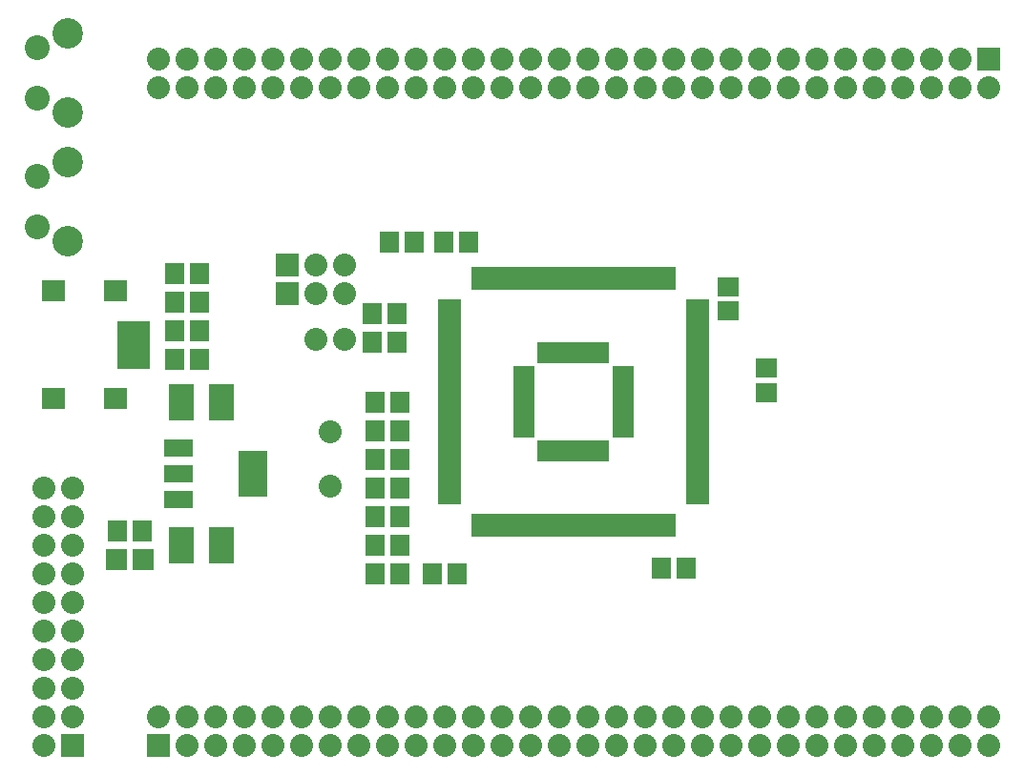
<source format=gts>
G04 (created by PCBNEW-RS274X (2012-01-19 BZR 3256)-stable) date 09/09/2012 16:00:38*
G01*
G70*
G90*
%MOIN*%
G04 Gerber Fmt 3.4, Leading zero omitted, Abs format*
%FSLAX34Y34*%
G04 APERTURE LIST*
%ADD10C,0.006000*%
%ADD11R,0.080000X0.030000*%
%ADD12R,0.030000X0.080000*%
%ADD13R,0.100000X0.164000*%
%ADD14R,0.100000X0.060000*%
%ADD15R,0.090000X0.130000*%
%ADD16R,0.065000X0.075000*%
%ADD17C,0.080000*%
%ADD18R,0.080000X0.080000*%
%ADD19R,0.075000X0.075000*%
%ADD20R,0.031800X0.077200*%
%ADD21R,0.077200X0.031800*%
%ADD22R,0.075000X0.065000*%
%ADD23R,0.083000X0.075100*%
%ADD24R,0.112500X0.039700*%
%ADD25C,0.106600*%
%ADD26C,0.086900*%
G04 APERTURE END LIST*
G54D10*
G54D11*
X75675Y-43055D03*
X75675Y-43255D03*
X75675Y-43450D03*
X75675Y-43645D03*
X75675Y-43845D03*
X75675Y-44040D03*
X75675Y-44235D03*
X75675Y-44435D03*
X75675Y-44630D03*
X75675Y-44825D03*
X75675Y-45025D03*
X75675Y-45220D03*
X75675Y-45415D03*
X75675Y-45615D03*
X75675Y-45810D03*
X75675Y-46005D03*
X75675Y-46205D03*
X75675Y-46400D03*
X75675Y-46600D03*
X75675Y-46795D03*
X75675Y-46995D03*
X75675Y-47190D03*
X75675Y-47385D03*
X75675Y-47585D03*
X75675Y-47780D03*
X75675Y-47975D03*
X75675Y-48175D03*
X75675Y-48370D03*
X75675Y-48565D03*
X75675Y-48765D03*
X75675Y-48960D03*
X75675Y-49155D03*
X75675Y-49355D03*
X75675Y-49550D03*
X75675Y-49745D03*
X75675Y-49945D03*
G54D12*
X82265Y-50825D03*
X82460Y-50825D03*
X82655Y-50825D03*
X82855Y-50825D03*
X83050Y-50825D03*
X83245Y-50825D03*
X83445Y-50825D03*
X82460Y-42175D03*
X82265Y-42175D03*
X82065Y-42175D03*
X81870Y-42175D03*
X81675Y-42175D03*
X81475Y-42175D03*
X81280Y-42175D03*
X81085Y-42175D03*
X80885Y-42175D03*
X80690Y-42175D03*
X80495Y-42175D03*
X80295Y-42175D03*
X80100Y-42175D03*
X79900Y-42175D03*
X79705Y-42175D03*
X79505Y-42175D03*
X79310Y-42175D03*
X79115Y-42175D03*
X78915Y-42175D03*
X78720Y-42175D03*
X78525Y-42175D03*
X78325Y-42175D03*
X78130Y-42175D03*
X77935Y-42175D03*
X77735Y-42175D03*
X77540Y-42175D03*
X77345Y-42175D03*
X77145Y-42175D03*
X76950Y-42175D03*
X76755Y-42175D03*
X76555Y-42175D03*
X76555Y-50825D03*
X76755Y-50825D03*
X76950Y-50825D03*
X77145Y-50825D03*
X77345Y-50825D03*
X77540Y-50825D03*
X77735Y-50825D03*
X77935Y-50825D03*
X78130Y-50825D03*
X78325Y-50825D03*
X78525Y-50825D03*
X78720Y-50825D03*
X78915Y-50825D03*
X79115Y-50825D03*
X79310Y-50825D03*
X79505Y-50825D03*
X79705Y-50825D03*
X79900Y-50825D03*
X80100Y-50825D03*
X80295Y-50825D03*
X80495Y-50825D03*
X80690Y-50825D03*
X80885Y-50825D03*
X81085Y-50825D03*
X81280Y-50825D03*
X81475Y-50825D03*
X81675Y-50825D03*
X81870Y-50825D03*
X82065Y-50825D03*
G54D11*
X84325Y-48960D03*
X84325Y-48765D03*
X84325Y-48565D03*
X84325Y-48370D03*
X84325Y-48175D03*
X84325Y-47975D03*
X84325Y-47780D03*
X84325Y-47585D03*
X84325Y-47385D03*
X84325Y-47190D03*
X84325Y-46995D03*
X84325Y-46795D03*
X84325Y-46600D03*
X84325Y-46400D03*
X84325Y-46205D03*
X84325Y-46005D03*
X84325Y-45810D03*
X84325Y-45615D03*
X84325Y-45415D03*
X84325Y-45220D03*
X84325Y-45025D03*
X84325Y-44825D03*
X84325Y-44630D03*
X84325Y-44435D03*
X84325Y-44235D03*
X84325Y-44040D03*
X84325Y-43845D03*
X84325Y-43645D03*
X84325Y-43450D03*
X84325Y-43255D03*
X84325Y-43055D03*
X84325Y-49945D03*
X84325Y-49745D03*
X84325Y-49550D03*
X84325Y-49355D03*
X84325Y-49155D03*
G54D12*
X83445Y-42175D03*
X83245Y-42175D03*
X83050Y-42175D03*
X82855Y-42175D03*
X82655Y-42175D03*
G54D13*
X68800Y-49000D03*
G54D14*
X66200Y-49000D03*
X66200Y-49900D03*
X66200Y-48100D03*
G54D15*
X67700Y-51500D03*
X66300Y-51500D03*
X67700Y-46500D03*
X66300Y-46500D03*
G54D16*
X73075Y-52500D03*
X73925Y-52500D03*
X74425Y-40900D03*
X73575Y-40900D03*
X73075Y-48500D03*
X73925Y-48500D03*
X66075Y-44000D03*
X66925Y-44000D03*
X66075Y-45000D03*
X66925Y-45000D03*
X66075Y-43000D03*
X66925Y-43000D03*
X73925Y-49500D03*
X73075Y-49500D03*
X73925Y-50500D03*
X73075Y-50500D03*
X66075Y-42000D03*
X66925Y-42000D03*
X73925Y-51500D03*
X73075Y-51500D03*
X73075Y-46500D03*
X73925Y-46500D03*
X73925Y-47500D03*
X73075Y-47500D03*
G54D17*
X61500Y-58500D03*
X62500Y-57500D03*
G54D18*
X62500Y-58500D03*
G54D17*
X61500Y-57500D03*
X62500Y-56500D03*
X61500Y-56500D03*
X62500Y-55500D03*
X61500Y-55500D03*
X62500Y-54500D03*
X61500Y-54500D03*
X62500Y-53500D03*
X61500Y-53500D03*
X62500Y-52500D03*
X61500Y-52500D03*
X62500Y-51500D03*
X61500Y-51500D03*
X62500Y-50500D03*
X61500Y-50500D03*
X62500Y-49500D03*
X61500Y-49500D03*
X71500Y-47539D03*
X71500Y-49461D03*
G54D16*
X73825Y-44400D03*
X72975Y-44400D03*
X72975Y-43400D03*
X73825Y-43400D03*
G54D17*
X71000Y-44300D03*
X72000Y-44300D03*
G54D16*
X64925Y-51000D03*
X64075Y-51000D03*
G54D19*
X64025Y-52000D03*
X64975Y-52000D03*
G54D18*
X94500Y-34500D03*
G54D17*
X94500Y-35500D03*
X89500Y-34500D03*
X93500Y-35500D03*
X88500Y-34500D03*
X92500Y-35500D03*
X87500Y-34500D03*
X91500Y-35500D03*
X86500Y-34500D03*
X90500Y-35500D03*
X85500Y-34500D03*
X89500Y-35500D03*
X84500Y-34500D03*
X88500Y-35500D03*
X83500Y-34500D03*
X87500Y-35500D03*
X82500Y-34500D03*
X86500Y-35500D03*
X81500Y-34500D03*
X85500Y-35500D03*
X80500Y-34500D03*
X84500Y-35500D03*
X79500Y-34500D03*
X83500Y-35500D03*
X82500Y-35500D03*
X78500Y-34500D03*
X81500Y-35500D03*
X79500Y-35500D03*
X78500Y-35500D03*
X77500Y-35500D03*
X76500Y-35500D03*
X77500Y-34500D03*
X76500Y-34500D03*
X93500Y-34500D03*
X92500Y-34500D03*
X91500Y-34500D03*
X90500Y-34500D03*
X75500Y-34500D03*
X75500Y-35500D03*
X80500Y-35500D03*
X74500Y-34500D03*
X74500Y-35500D03*
X73500Y-34500D03*
X73500Y-35500D03*
X72500Y-34500D03*
X72500Y-35500D03*
X71500Y-34500D03*
X71500Y-35500D03*
X70500Y-34500D03*
X70500Y-35500D03*
X69500Y-34500D03*
X69500Y-35500D03*
X68500Y-34500D03*
X68500Y-35500D03*
X67500Y-34500D03*
X67500Y-35500D03*
X66500Y-34500D03*
X66500Y-35500D03*
X65500Y-34500D03*
X65500Y-35500D03*
G54D18*
X65500Y-58500D03*
G54D17*
X65500Y-57500D03*
X70500Y-58500D03*
X66500Y-57500D03*
X71500Y-58500D03*
X67500Y-57500D03*
X72500Y-58500D03*
X68500Y-57500D03*
X73500Y-58500D03*
X69500Y-57500D03*
X74500Y-58500D03*
X70500Y-57500D03*
X75500Y-58500D03*
X71500Y-57500D03*
X76500Y-58500D03*
X72500Y-57500D03*
X77500Y-58500D03*
X73500Y-57500D03*
X78500Y-58500D03*
X74500Y-57500D03*
X79500Y-58500D03*
X75500Y-57500D03*
X80500Y-58500D03*
X76500Y-57500D03*
X77500Y-57500D03*
X81500Y-58500D03*
X78500Y-57500D03*
X80500Y-57500D03*
X81500Y-57500D03*
X82500Y-57500D03*
X83500Y-57500D03*
X82500Y-58500D03*
X83500Y-58500D03*
X66500Y-58500D03*
X67500Y-58500D03*
X68500Y-58500D03*
X69500Y-58500D03*
X84500Y-58500D03*
X84500Y-57500D03*
X79500Y-57500D03*
X85500Y-58500D03*
X85500Y-57500D03*
X86500Y-58500D03*
X86500Y-57500D03*
X87500Y-58500D03*
X87500Y-57500D03*
X88500Y-58500D03*
X88500Y-57500D03*
X89500Y-58500D03*
X89500Y-57500D03*
X90500Y-58500D03*
X90500Y-57500D03*
X91500Y-58500D03*
X91500Y-57500D03*
X92500Y-58500D03*
X92500Y-57500D03*
X93500Y-58500D03*
X93500Y-57500D03*
X94500Y-58500D03*
X94500Y-57500D03*
G54D20*
X80689Y-44777D03*
X80492Y-44777D03*
X80295Y-44777D03*
X80098Y-44777D03*
X79902Y-44777D03*
X79705Y-44777D03*
X80886Y-44777D03*
X81083Y-44777D03*
G54D21*
X81723Y-45417D03*
X81723Y-45614D03*
X81723Y-45811D03*
G54D20*
X79705Y-48223D03*
X79508Y-48223D03*
X79311Y-48223D03*
X79114Y-48223D03*
X78917Y-48223D03*
G54D21*
X78277Y-47583D03*
G54D20*
X79902Y-48223D03*
X80098Y-48223D03*
X80295Y-48223D03*
X80492Y-48223D03*
X80689Y-48223D03*
G54D21*
X78277Y-46402D03*
X81723Y-46992D03*
X78277Y-46598D03*
X81723Y-47189D03*
X81723Y-47386D03*
X78277Y-46795D03*
X78277Y-46992D03*
X81723Y-47583D03*
G54D20*
X81083Y-48223D03*
G54D21*
X78277Y-47189D03*
X78277Y-47386D03*
G54D20*
X80886Y-48223D03*
G54D21*
X81723Y-46795D03*
X78277Y-46205D03*
X78277Y-46008D03*
X81723Y-46598D03*
X81723Y-46402D03*
X78277Y-45811D03*
X78277Y-45614D03*
X81723Y-46205D03*
X81723Y-46008D03*
X78277Y-45417D03*
G54D20*
X79508Y-44777D03*
X79311Y-44777D03*
X79114Y-44777D03*
X78917Y-44777D03*
G54D16*
X75925Y-52500D03*
X75075Y-52500D03*
X83075Y-52300D03*
X83925Y-52300D03*
G54D22*
X86750Y-46175D03*
X86750Y-45325D03*
X85400Y-43325D03*
X85400Y-42475D03*
G54D16*
X76325Y-40900D03*
X75475Y-40900D03*
G54D18*
X70000Y-41700D03*
G54D17*
X71000Y-41700D03*
X72000Y-41700D03*
G54D18*
X70000Y-42700D03*
G54D17*
X71000Y-42700D03*
X72000Y-42700D03*
G54D23*
X61835Y-42610D03*
X64000Y-42610D03*
X61835Y-46390D03*
X64000Y-46390D03*
G54D24*
X64630Y-43870D03*
X64630Y-44185D03*
X64630Y-44500D03*
X64630Y-44815D03*
X64630Y-45130D03*
G54D25*
X62341Y-33622D03*
X62341Y-36378D03*
G54D26*
X61258Y-34114D03*
X61258Y-35886D03*
G54D25*
X62341Y-38122D03*
X62341Y-40878D03*
G54D26*
X61258Y-38614D03*
X61258Y-40386D03*
M02*

</source>
